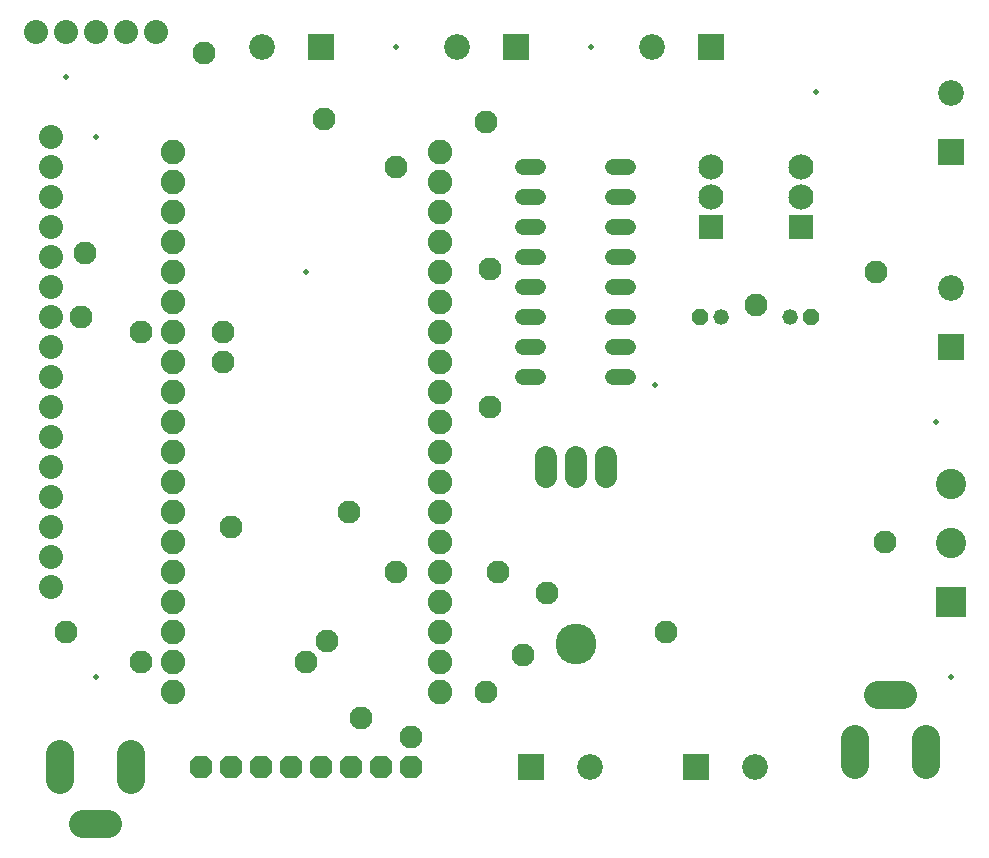
<source format=gbr>
G04 EAGLE Gerber RS-274X export*
G75*
%MOMM*%
%FSLAX34Y34*%
%LPD*%
%INSoldermask Bottom*%
%IPPOS*%
%AMOC8*
5,1,8,0,0,1.08239X$1,22.5*%
G01*
%ADD10C,0.502400*%
%ADD11C,2.336800*%
%ADD12P,1.429621X8X22.500000*%
%ADD13C,1.320800*%
%ADD14P,1.429621X8X202.500000*%
%ADD15R,2.184400X2.184400*%
%ADD16C,2.184400*%
%ADD17C,1.828800*%
%ADD18C,3.454400*%
%ADD19C,1.371600*%
%ADD20P,2.089446X8X112.500000*%
%ADD21R,2.565400X2.565400*%
%ADD22C,2.565400*%
%ADD23C,2.032000*%
%ADD24R,2.132400X2.132400*%
%ADD25C,2.132400*%
%ADD26C,2.082800*%
%ADD27C,1.950725*%


D10*
X88900Y774700D03*
X114300Y723900D03*
X114300Y266700D03*
X292100Y609600D03*
X368300Y800100D03*
X533400Y800100D03*
X723900Y762000D03*
X825500Y482600D03*
X588010Y514350D03*
X838200Y266700D03*
D11*
X125222Y142500D02*
X103378Y142500D01*
X84300Y179578D02*
X84300Y201422D01*
X144300Y201422D02*
X144300Y179578D01*
D12*
X720090Y571500D03*
D13*
X702310Y571500D03*
D14*
X626110Y571500D03*
D13*
X643890Y571500D03*
D15*
X635000Y800100D03*
D16*
X585000Y800100D03*
D15*
X838200Y711200D03*
D16*
X838200Y761200D03*
D15*
X838200Y546100D03*
D16*
X838200Y596100D03*
D17*
X546100Y452882D02*
X546100Y436118D01*
X520700Y436118D02*
X520700Y452882D01*
X495300Y452882D02*
X495300Y436118D01*
D18*
X520700Y294640D03*
D19*
X488696Y698500D02*
X476504Y698500D01*
X476504Y673100D02*
X488696Y673100D01*
X488696Y546100D02*
X476504Y546100D01*
X476504Y520700D02*
X488696Y520700D01*
X488696Y647700D02*
X476504Y647700D01*
X476504Y622300D02*
X488696Y622300D01*
X488696Y571500D02*
X476504Y571500D01*
X476504Y596900D02*
X488696Y596900D01*
X552704Y520700D02*
X564896Y520700D01*
X564896Y546100D02*
X552704Y546100D01*
X552704Y571500D02*
X564896Y571500D01*
X564896Y596900D02*
X552704Y596900D01*
X552704Y622300D02*
X564896Y622300D01*
X564896Y647700D02*
X552704Y647700D01*
X552704Y673100D02*
X564896Y673100D01*
X564896Y698500D02*
X552704Y698500D01*
D11*
X776478Y251200D02*
X798322Y251200D01*
X817400Y214122D02*
X817400Y192278D01*
X757400Y192278D02*
X757400Y214122D01*
D20*
X203200Y190500D03*
X228600Y190500D03*
X254000Y190500D03*
X279400Y190500D03*
X304800Y190500D03*
X330200Y190500D03*
X355600Y190500D03*
X381000Y190500D03*
D15*
X469900Y800100D03*
D16*
X419900Y800100D03*
D15*
X482600Y190500D03*
D16*
X532600Y190500D03*
D21*
X838200Y330200D03*
D22*
X838200Y380200D03*
X838200Y430200D03*
D15*
X622300Y190500D03*
D16*
X672300Y190500D03*
D23*
X63500Y812800D03*
X88900Y812800D03*
X114300Y812800D03*
X139700Y812800D03*
X165100Y812800D03*
D15*
X304800Y800100D03*
D16*
X254800Y800100D03*
D24*
X711200Y647700D03*
D25*
X711200Y673100D03*
X711200Y698500D03*
D24*
X635000Y647700D03*
D25*
X635000Y673100D03*
X635000Y698500D03*
D23*
X76200Y342900D03*
X76200Y368300D03*
X76200Y393700D03*
X76200Y419100D03*
X76200Y444500D03*
X76200Y469900D03*
X76200Y495300D03*
X76200Y520700D03*
X76200Y546100D03*
X76200Y571500D03*
X76200Y596900D03*
X76200Y622300D03*
X76200Y647700D03*
X76200Y673100D03*
X76200Y698500D03*
X76200Y723900D03*
D26*
X406300Y253900D03*
X406300Y279300D03*
X406300Y304700D03*
X406300Y330100D03*
X406300Y355500D03*
X406300Y380900D03*
X406300Y406300D03*
X406300Y431700D03*
X406300Y457100D03*
X406300Y482500D03*
X406300Y507900D03*
X406300Y533300D03*
X406300Y558700D03*
X406300Y584100D03*
X406300Y609500D03*
X406300Y634900D03*
X406300Y660300D03*
X406300Y685700D03*
X406300Y711100D03*
X179800Y253900D03*
X179800Y279300D03*
X179800Y304700D03*
X179800Y330100D03*
X179800Y355500D03*
X179800Y380900D03*
X179800Y406300D03*
X179800Y431700D03*
X179800Y457100D03*
X179800Y482500D03*
X179800Y507900D03*
X179800Y533300D03*
X179800Y558700D03*
X179800Y584100D03*
X179800Y609500D03*
X179800Y634900D03*
X179800Y660300D03*
X179800Y685700D03*
X179800Y711100D03*
D27*
X496570Y337820D03*
X673100Y581660D03*
X454660Y355600D03*
X444600Y253900D03*
X774700Y609600D03*
X339090Y232410D03*
X222350Y533300D03*
X292100Y279400D03*
X222350Y558700D03*
X309880Y297180D03*
X381000Y215900D03*
X782320Y381000D03*
X444500Y736600D03*
X448310Y612140D03*
X328930Y406400D03*
X368400Y355500D03*
X205740Y795020D03*
X228600Y393700D03*
X88900Y304800D03*
X105410Y626110D03*
X152400Y558800D03*
X101600Y571500D03*
X152500Y279300D03*
X476250Y285750D03*
X596900Y304800D03*
X307340Y739140D03*
X448310Y495300D03*
X368300Y698500D03*
M02*

</source>
